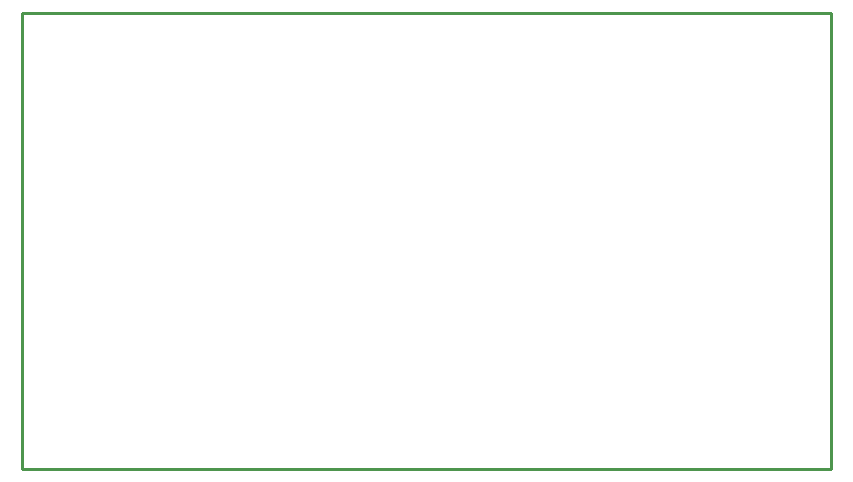
<source format=gbr>
G04 EAGLE Gerber RS-274X export*
G75*
%MOMM*%
%FSLAX34Y34*%
%LPD*%
%IN*%
%IPPOS*%
%AMOC8*
5,1,8,0,0,1.08239X$1,22.5*%
G01*
%ADD10C,0.254000*%


D10*
X147320Y210820D02*
X832360Y210820D01*
X832360Y596800D01*
X147320Y596800D01*
X147320Y210820D01*
M02*

</source>
